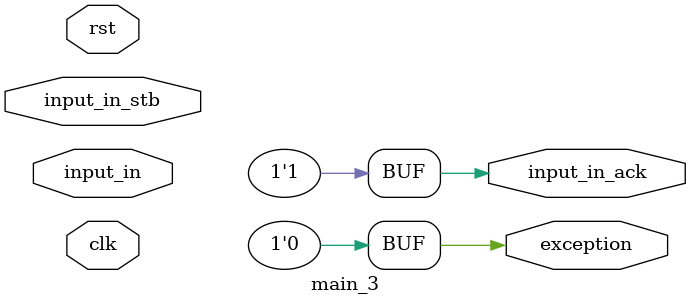
<source format=v>
module main_3 (input_in_ack,clk,rst,input_in,input_in_stb,exception);
  input clk;
  input rst;
  input [31:0] input_in;
  input input_in_stb;
  output input_in_ack;
  output exception;

  assign input_in_ack = 1;
  assign exception = 0;
endmodule
</source>
